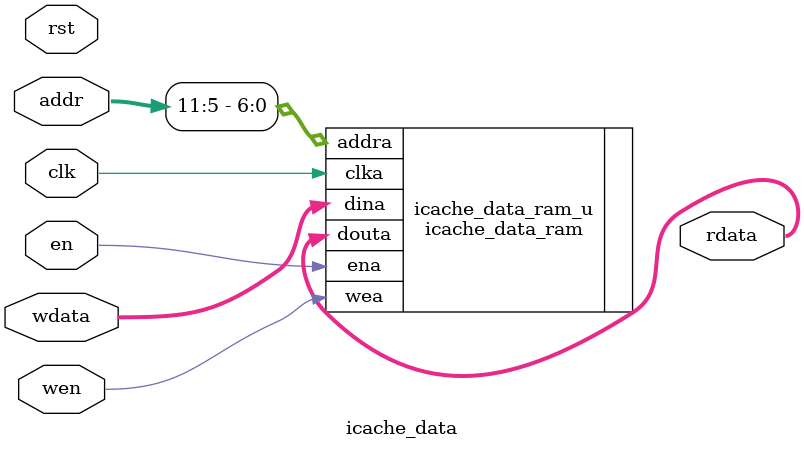
<source format=v>
`timescale 1ns / 1ps
module icache_data
(
    input          clk,
    input          rst,
    input          en,
    input          wen,
    input   [31:0] wdata,
    input   [31:0] addr,
    output  [31:0] rdata
);

icache_data_ram icache_data_ram_u
(
    .clka  (clk            ),   
//    .rsta   (rst        ),
    .ena   (en        ),
    .wea   (wen       ),   //3:0 //TBD
    .addra (addr[11:5]),   //17:0
    .dina  (wdata     ),   //31:0
    .douta (rdata     )    //31:0
);

//wire [31:0]data_out;

//icache_data_ram2 icache_data_ram_u
//(
//    .clk  (clk            ),   
////    .rsta   (rst        ),
//    .we   (wen       ),   //3:0 //TBD
//    .a (addr[11:5]),   //17:0
//    .d  (wdata     ),   //31:0
//    .spo (data_out     )    //31:0
//);
 
//reg [31:0]rdata_data;
//always@(posedge clk)
//begin
//    if(rst)
//    begin
//        rdata_data <= 32'b0;
//    end
//    else if(wen)
//    begin
//        rdata_data <= wdata;
//    end
//    else
//    begin
//        rdata_data <=data_out;
//    end
//end
//assign rdata = rdata_data;

endmodule

</source>
